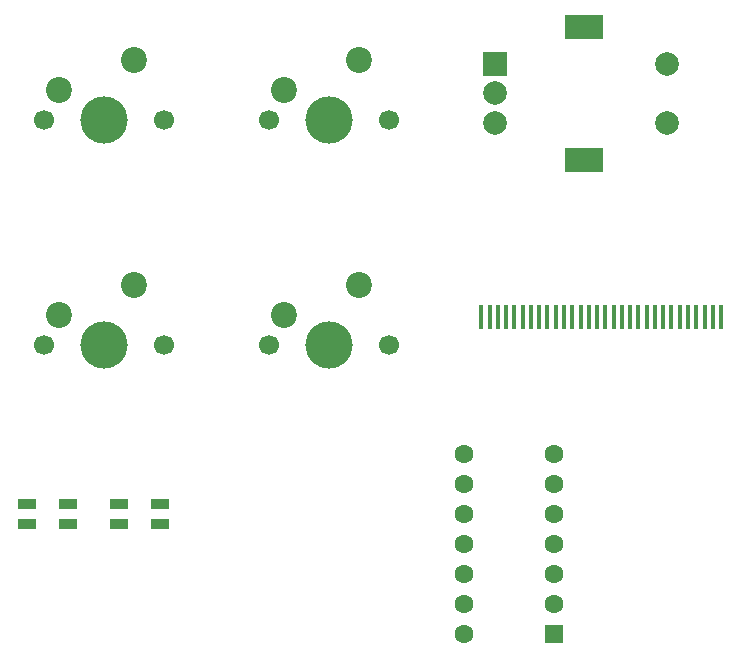
<source format=gbr>
%TF.GenerationSoftware,KiCad,Pcbnew,9.0.7*%
%TF.CreationDate,2026-02-07T12:31:03+00:00*%
%TF.ProjectId,micro discord board,6d696372-6f20-4646-9973-636f72642062,rev?*%
%TF.SameCoordinates,Original*%
%TF.FileFunction,Soldermask,Top*%
%TF.FilePolarity,Negative*%
%FSLAX46Y46*%
G04 Gerber Fmt 4.6, Leading zero omitted, Abs format (unit mm)*
G04 Created by KiCad (PCBNEW 9.0.7) date 2026-02-07 12:31:03*
%MOMM*%
%LPD*%
G01*
G04 APERTURE LIST*
G04 Aperture macros list*
%AMRoundRect*
0 Rectangle with rounded corners*
0 $1 Rounding radius*
0 $2 $3 $4 $5 $6 $7 $8 $9 X,Y pos of 4 corners*
0 Add a 4 corners polygon primitive as box body*
4,1,4,$2,$3,$4,$5,$6,$7,$8,$9,$2,$3,0*
0 Add four circle primitives for the rounded corners*
1,1,$1+$1,$2,$3*
1,1,$1+$1,$4,$5*
1,1,$1+$1,$6,$7*
1,1,$1+$1,$8,$9*
0 Add four rect primitives between the rounded corners*
20,1,$1+$1,$2,$3,$4,$5,0*
20,1,$1+$1,$4,$5,$6,$7,0*
20,1,$1+$1,$6,$7,$8,$9,0*
20,1,$1+$1,$8,$9,$2,$3,0*%
G04 Aperture macros list end*
%ADD10C,1.700000*%
%ADD11C,4.000000*%
%ADD12C,2.200000*%
%ADD13R,1.600000X0.850000*%
%ADD14R,0.400000X2.000000*%
%ADD15R,2.000000X2.000000*%
%ADD16C,2.000000*%
%ADD17R,3.200000X2.000000*%
%ADD18RoundRect,0.250000X0.550000X0.550000X-0.550000X0.550000X-0.550000X-0.550000X0.550000X-0.550000X0*%
%ADD19C,1.600000*%
G04 APERTURE END LIST*
D10*
%TO.C,SW3*%
X80645000Y-66675000D03*
D11*
X85725000Y-66675000D03*
D10*
X90805000Y-66675000D03*
D12*
X88265000Y-61595000D03*
X81915000Y-64135000D03*
%TD*%
D13*
%TO.C,D2*%
X79212500Y-80087500D03*
X79212500Y-81837500D03*
X82712500Y-81837500D03*
X82712500Y-80087500D03*
%TD*%
D10*
%TO.C,SW4*%
X99695000Y-66675000D03*
D11*
X104775000Y-66675000D03*
D10*
X109855000Y-66675000D03*
D12*
X107315000Y-61595000D03*
X100965000Y-64135000D03*
%TD*%
D14*
%TO.C,DS1*%
X117668750Y-64293750D03*
X118368750Y-64293750D03*
X119068750Y-64293750D03*
X119768750Y-64293750D03*
X120468750Y-64293750D03*
X121168750Y-64293750D03*
X121868750Y-64293750D03*
X122568750Y-64293750D03*
X123268750Y-64293750D03*
X123968750Y-64293750D03*
X124668750Y-64293750D03*
X125368750Y-64293750D03*
X126068750Y-64293750D03*
X126768750Y-64293750D03*
X127468750Y-64293750D03*
X128168750Y-64293750D03*
X128868750Y-64293750D03*
X129568750Y-64293750D03*
X130268750Y-64293750D03*
X130968750Y-64293750D03*
X131668750Y-64293750D03*
X132368750Y-64293750D03*
X133068750Y-64293750D03*
X133768750Y-64293750D03*
X134468750Y-64293750D03*
X135168750Y-64293750D03*
X135868750Y-64293750D03*
X136568750Y-64293750D03*
X137268750Y-64293750D03*
X137968750Y-64293750D03*
%TD*%
D15*
%TO.C,SW5*%
X118850000Y-42862500D03*
D16*
X118850000Y-47862500D03*
X118850000Y-45362500D03*
D17*
X126350000Y-39762500D03*
X126350000Y-50962500D03*
D16*
X133350000Y-47862500D03*
X133350000Y-42862500D03*
%TD*%
D18*
%TO.C,U1*%
X123825000Y-91122500D03*
D19*
X123825000Y-88582500D03*
X123825000Y-86042500D03*
X123825000Y-83502500D03*
X123825000Y-80962500D03*
X123825000Y-78422500D03*
X123825000Y-75882500D03*
X116205000Y-75882500D03*
X116205000Y-78422500D03*
X116205000Y-80962500D03*
X116205000Y-83502500D03*
X116205000Y-86042500D03*
X116205000Y-88582500D03*
X116205000Y-91122500D03*
%TD*%
D13*
%TO.C,D1*%
X86987500Y-80087500D03*
X86987500Y-81837500D03*
X90487500Y-81837500D03*
X90487500Y-80087500D03*
%TD*%
D10*
%TO.C,SW1*%
X80645000Y-47625000D03*
D11*
X85725000Y-47625000D03*
D10*
X90805000Y-47625000D03*
D12*
X88265000Y-42545000D03*
X81915000Y-45085000D03*
%TD*%
D10*
%TO.C,SW2*%
X99695000Y-47625000D03*
D11*
X104775000Y-47625000D03*
D10*
X109855000Y-47625000D03*
D12*
X107315000Y-42545000D03*
X100965000Y-45085000D03*
%TD*%
M02*

</source>
